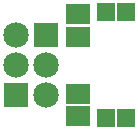
<source format=gts>
%FSLAX34Y34*%
G04 Gerber Fmt 3.4, Leading zero omitted, Abs format*
G04 (created by PCBNEW (2014-06-02 BZR 4912)-product) date Mon 02 Jun 2014 11:46:11 PM CEST*
%MOIN*%
G01*
G70*
G90*
G04 APERTURE LIST*
%ADD10C,0.005906*%
%ADD11R,0.059300X0.063300*%
%ADD12R,0.079000X0.071100*%
%ADD13R,0.084961X0.084961*%
%ADD14C,0.084961*%
G04 APERTURE END LIST*
G54D10*
G54D11*
X24174Y-22539D03*
X24842Y-22539D03*
X24174Y-26082D03*
X24842Y-26082D03*
G54D12*
X23228Y-23366D03*
X23228Y-22618D03*
X23228Y-25255D03*
X23228Y-26003D03*
G54D13*
X22146Y-23311D03*
G54D14*
X22146Y-24311D03*
X22146Y-25311D03*
G54D13*
X21161Y-25311D03*
G54D14*
X21161Y-24311D03*
X21161Y-23311D03*
M02*

</source>
